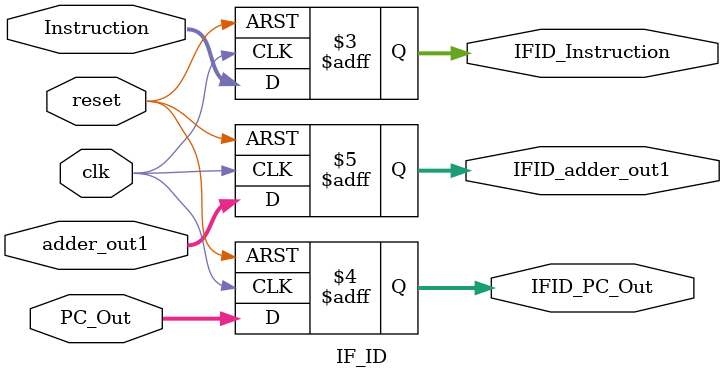
<source format=v>
`timescale 1ns / 1ps


module IF_ID(
    input clk, reset,
    input [31:0] Instruction,
    input [63:0] PC_Out,
    input [63:0] adder_out1,
    output reg [31:0] IFID_Instruction,
    output reg [63:0] IFID_PC_Out, IFID_adder_out1
);

always @(posedge clk or posedge reset) begin
    if (reset == 1'b1) begin
        IFID_Instruction = 0; 
        IFID_PC_Out = 0;
        IFID_adder_out1 = 0;
    end
    else begin
        IFID_Instruction = Instruction; 
        IFID_PC_Out = PC_Out;
        IFID_adder_out1 = adder_out1;
    end
end
endmodule

</source>
